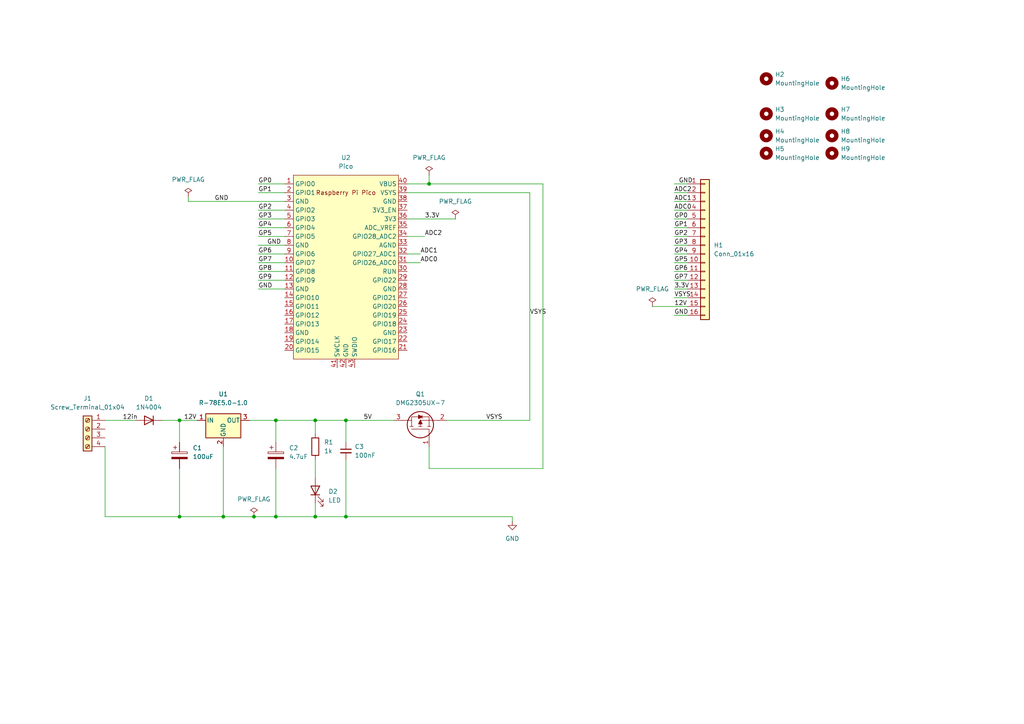
<source format=kicad_sch>
(kicad_sch (version 20211123) (generator eeschema)
  (paper "A4")
  (lib_symbols
    (symbol "Connector:Screw_Terminal_01x04" (pin_names (offset 1.016) hide)
      (property "Reference" "J" (at 0 5.08 0))
      (property "Value" "Screw_Terminal_01x04" (at 0 -7.62 0))
      (symbol "Screw_Terminal_01x04_1_1"
        (rectangle (start -1.27 3.81) (end 1.27 -6.35) (stroke (width 0.254)) (fill (type background)))
        (circle (center 0 -5.08) (radius 0.635) (stroke (width 0.1524)))
        (circle (center 0 -2.54) (radius 0.635) (stroke (width 0.1524)))
        (polyline (pts (xy -0.5334 -4.7498) (xy 0.3302 -5.588)) (stroke (width 0.1524)))
        (polyline (pts (xy -0.5334 -2.2098) (xy 0.3302 -3.048)) (stroke (width 0.1524)))
        (polyline (pts (xy -0.5334 0.3302) (xy 0.3302 -0.508)) (stroke (width 0.1524)))
        (polyline (pts (xy -0.5334 2.8702) (xy 0.3302 2.032)) (stroke (width 0.1524)))
        (polyline (pts (xy -0.3556 -4.572) (xy 0.508 -5.4102)) (stroke (width 0.1524)))
        (polyline (pts (xy -0.3556 -2.032) (xy 0.508 -2.8702)) (stroke (width 0.1524)))
        (polyline (pts (xy -0.3556 0.508) (xy 0.508 -0.3302)) (stroke (width 0.1524)))
        (polyline (pts (xy -0.3556 3.048) (xy 0.508 2.2098)) (stroke (width 0.1524)))
        (circle (center 0 0) (radius 0.635) (stroke (width 0.1524)))
        (circle (center 0 2.54) (radius 0.635) (stroke (width 0.1524)))
        (pin passive line (at -5.08 2.54 0) (length 3.81) (name "Pin_1") (number "1"))
        (pin passive line (at -5.08 0 0) (length 3.81) (name "Pin_2") (number "2"))
        (pin passive line (at -5.08 -2.54 0) (length 3.81) (name "Pin_3") (number "3"))
        (pin passive line (at -5.08 -5.08 0) (length 3.81) (name "Pin_4") (number "4"))
      )
    )
    (symbol "Connector_Generic:Conn_01x16" (pin_names (offset 1.016) hide)
      (property "Reference" "J" (at 0 20.32 0))
      (property "Value" "Conn_01x16" (at 0 -22.86 0))
      (symbol "Conn_01x16_1_1"
        (rectangle (start -1.27 -20.193) (end 0 -20.447) (stroke (width 0.1524)))
        (rectangle (start -1.27 -17.653) (end 0 -17.907) (stroke (width 0.1524)))
        (rectangle (start -1.27 -15.113) (end 0 -15.367) (stroke (width 0.1524)))
        (rectangle (start -1.27 -12.573) (end 0 -12.827) (stroke (width 0.1524)))
        (rectangle (start -1.27 -10.033) (end 0 -10.287) (stroke (width 0.1524)))
        (rectangle (start -1.27 -7.493) (end 0 -7.747) (stroke (width 0.1524)))
        (rectangle (start -1.27 -4.953) (end 0 -5.207) (stroke (width 0.1524)))
        (rectangle (start -1.27 -2.413) (end 0 -2.667) (stroke (width 0.1524)))
        (rectangle (start -1.27 0.127) (end 0 -0.127) (stroke (width 0.1524)))
        (rectangle (start -1.27 2.667) (end 0 2.413) (stroke (width 0.1524)))
        (rectangle (start -1.27 5.207) (end 0 4.953) (stroke (width 0.1524)))
        (rectangle (start -1.27 7.747) (end 0 7.493) (stroke (width 0.1524)))
        (rectangle (start -1.27 10.287) (end 0 10.033) (stroke (width 0.1524)))
        (rectangle (start -1.27 12.827) (end 0 12.573) (stroke (width 0.1524)))
        (rectangle (start -1.27 15.367) (end 0 15.113) (stroke (width 0.1524)))
        (rectangle (start -1.27 17.907) (end 0 17.653) (stroke (width 0.1524)))
        (rectangle (start -1.27 19.05) (end 1.27 -21.59) (stroke (width 0.254)) (fill (type background)))
        (pin passive line (at -5.08 17.78 0) (length 3.81) (name "Pin_1") (number "1"))
        (pin passive line (at -5.08 -5.08 0) (length 3.81) (name "Pin_10") (number "10"))
        (pin passive line (at -5.08 -7.62 0) (length 3.81) (name "Pin_11") (number "11"))
        (pin passive line (at -5.08 -10.16 0) (length 3.81) (name "Pin_12") (number "12"))
        (pin passive line (at -5.08 -12.7 0) (length 3.81) (name "Pin_13") (number "13"))
        (pin passive line (at -5.08 -15.24 0) (length 3.81) (name "Pin_14") (number "14"))
        (pin passive line (at -5.08 -17.78 0) (length 3.81) (name "Pin_15") (number "15"))
        (pin passive line (at -5.08 -20.32 0) (length 3.81) (name "Pin_16") (number "16"))
        (pin passive line (at -5.08 15.24 0) (length 3.81) (name "Pin_2") (number "2"))
        (pin passive line (at -5.08 12.7 0) (length 3.81) (name "Pin_3") (number "3"))
        (pin passive line (at -5.08 10.16 0) (length 3.81) (name "Pin_4") (number "4"))
        (pin passive line (at -5.08 7.62 0) (length 3.81) (name "Pin_5") (number "5"))
        (pin passive line (at -5.08 5.08 0) (length 3.81) (name "Pin_6") (number "6"))
        (pin passive line (at -5.08 2.54 0) (length 3.81) (name "Pin_7") (number "7"))
        (pin passive line (at -5.08 0 0) (length 3.81) (name "Pin_8") (number "8"))
        (pin passive line (at -5.08 -2.54 0) (length 3.81) (name "Pin_9") (number "9"))
      )
    )
    (symbol "DMG2305:DMG2305UX-7" (pin_names (offset 0.762))
      (property "Reference" "Q" (at 11.43 3.81 0))
      (property "Value" "DMG2305UX-7" (at 11.43 1.27 0))
      (symbol "DMG2305UX-7_0_0"
        (pin passive line (at 0 0 0) (length 2.54) (name "~") (number "1"))
        (pin passive line (at 7.62 -5.08 90) (length 2.54) (name "~") (number "2"))
        (pin passive line (at 7.62 10.16 270) (length 2.54) (name "~") (number "3"))
      )
      (symbol "DMG2305UX-7_0_1"
        (polyline (pts (xy 5.842 -0.508) (xy 5.842 0.508)) (stroke (width 0.1524)))
        (polyline (pts (xy 5.842 0) (xy 7.62 0)) (stroke (width 0.1524)))
        (polyline (pts (xy 5.842 2.032) (xy 5.842 3.048)) (stroke (width 0.1524)))
        (polyline (pts (xy 5.842 5.588) (xy 5.842 4.572)) (stroke (width 0.1524)))
        (polyline (pts (xy 7.62 2.54) (xy 5.842 2.54)) (stroke (width 0.1524)))
        (polyline (pts (xy 7.62 2.54) (xy 7.62 -2.54)) (stroke (width 0.1524)))
        (polyline (pts (xy 7.62 5.08) (xy 5.842 5.08)) (stroke (width 0.1524)))
        (polyline (pts (xy 7.62 5.08) (xy 7.62 7.62)) (stroke (width 0.1524)))
        (polyline (pts (xy 8.128 2.032) (xy 9.144 2.032)) (stroke (width 0.1524)))
        (polyline (pts (xy 2.54 0) (xy 5.08 0) (xy 5.08 5.08)) (stroke (width 0.1524)))
        (polyline (pts (xy 8.636 2.032) (xy 8.636 0) (xy 7.62 0)) (stroke (width 0.1524)))
        (polyline (pts (xy 8.636 3.048) (xy 8.636 5.08) (xy 7.62 5.08)) (stroke (width 0.1524)))
        (polyline (pts (xy 7.62 2.54) (xy 6.604 3.048) (xy 6.604 2.032) (xy 7.62 2.54)) (stroke (width 0.254)) (fill (type outline)))
        (polyline (pts (xy 8.636 2.032) (xy 8.128 3.048) (xy 9.144 3.048) (xy 8.636 2.032)) (stroke (width 0.254)) (fill (type outline)))
        (circle (center 6.35 2.54) (radius 3.81) (stroke (width 0.254)))
      )
    )
    (symbol "Device:C_Polarized" (pin_numbers hide) (pin_names (offset 0.254))
      (property "Reference" "C" (at 0.635 2.54 0))
      (property "Value" "C_Polarized" (at 0.635 -2.54 0))
      (symbol "C_Polarized_0_1"
        (rectangle (start -2.286 0.508) (end 2.286 1.016))
        (polyline (pts (xy -1.778 2.286) (xy -0.762 2.286)))
        (polyline (pts (xy -1.27 2.794) (xy -1.27 1.778)))
        (rectangle (start 2.286 -0.508) (end -2.286 -1.016) (fill (type outline)))
      )
      (symbol "C_Polarized_1_1"
        (pin passive line (at 0 3.81 270) (length 2.794) (name "~") (number "1"))
        (pin passive line (at 0 -3.81 90) (length 2.794) (name "~") (number "2"))
      )
    )
    (symbol "Device:C_Small" (pin_numbers hide) (pin_names (offset 0.254) hide)
      (property "Reference" "C" (at 0.254 1.778 0))
      (property "Value" "C_Small" (at 0.254 -2.032 0))
      (symbol "C_Small_0_1"
        (polyline (pts (xy -1.524 -0.508) (xy 1.524 -0.508)) (stroke (width 0.3302)))
        (polyline (pts (xy -1.524 0.508) (xy 1.524 0.508)) (stroke (width 0.3048)))
      )
      (symbol "C_Small_1_1"
        (pin passive line (at 0 2.54 270) (length 2.032) (name "~") (number "1"))
        (pin passive line (at 0 -2.54 90) (length 2.032) (name "~") (number "2"))
      )
    )
    (symbol "Device:LED" (pin_numbers hide) (pin_names (offset 1.016) hide)
      (property "Reference" "D" (at 0 2.54 0))
      (property "Value" "LED" (at 0 -2.54 0))
      (symbol "LED_0_1"
        (polyline (pts (xy -1.27 -1.27) (xy -1.27 1.27)) (stroke (width 0.254)))
        (polyline (pts (xy -1.27 0) (xy 1.27 0)))
        (polyline (pts (xy 1.27 -1.27) (xy 1.27 1.27) (xy -1.27 0) (xy 1.27 -1.27)) (stroke (width 0.254)))
        (polyline (pts (xy -3.048 -0.762) (xy -4.572 -2.286) (xy -3.81 -2.286) (xy -4.572 -2.286) (xy -4.572 -1.524)))
        (polyline (pts (xy -1.778 -0.762) (xy -3.302 -2.286) (xy -2.54 -2.286) (xy -3.302 -2.286) (xy -3.302 -1.524)))
      )
      (symbol "LED_1_1"
        (pin passive line (at -3.81 0 0) (length 2.54) (name "K") (number "1"))
        (pin passive line (at 3.81 0 180) (length 2.54) (name "A") (number "2"))
      )
    )
    (symbol "Device:R" (pin_numbers hide) (pin_names (offset 0))
      (property "Reference" "R" (at 2.032 0 90))
      (property "Value" "R" (at 0 0 90))
      (symbol "R_0_1"
        (rectangle (start -1.016 -2.54) (end 1.016 2.54) (stroke (width 0.254)))
      )
      (symbol "R_1_1"
        (pin passive line (at 0 3.81 270) (length 1.27) (name "~") (number "1"))
        (pin passive line (at 0 -3.81 90) (length 1.27) (name "~") (number "2"))
      )
    )
    (symbol "Diode:1N4004" (pin_numbers hide) (pin_names hide)
      (property "Reference" "D" (at 0 2.54 0))
      (property "Value" "1N4004" (at 0 -2.54 0))
      (symbol "1N4004_0_1"
        (polyline (pts (xy -1.27 1.27) (xy -1.27 -1.27)) (stroke (width 0.254)))
        (polyline (pts (xy 1.27 0) (xy -1.27 0)))
        (polyline (pts (xy 1.27 1.27) (xy 1.27 -1.27) (xy -1.27 0) (xy 1.27 1.27)) (stroke (width 0.254)))
      )
      (symbol "1N4004_1_1"
        (pin passive line (at -3.81 0 0) (length 2.54) (name "K") (number "1"))
        (pin passive line (at 3.81 0 180) (length 2.54) (name "A") (number "2"))
      )
    )
    (symbol "MCU_RaspberryPi_and_Boards:Pico"
      (property "Reference" "U" (at -13.97 27.94 0))
      (property "Value" "Pico" (at 0 19.05 0))
      (symbol "Pico_0_0"
        (text "Raspberry Pi Pico" (at 0 21.59 0) (effects (font (size 1.27 1.27))))
      )
      (symbol "Pico_0_1"
        (rectangle (start -15.24 26.67) (end 15.24 -26.67) (fill (type background)))
      )
      (symbol "Pico_1_1"
        (pin bidirectional line (at -17.78 24.13 0) (length 2.54) (name "GPIO0") (number "1"))
        (pin bidirectional line (at -17.78 1.27 0) (length 2.54) (name "GPIO7") (number "10"))
        (pin bidirectional line (at -17.78 -1.27 0) (length 2.54) (name "GPIO8") (number "11"))
        (pin bidirectional line (at -17.78 -3.81 0) (length 2.54) (name "GPIO9") (number "12"))
        (pin power_in line (at -17.78 -6.35 0) (length 2.54) (name "GND") (number "13"))
        (pin bidirectional line (at -17.78 -8.89 0) (length 2.54) (name "GPIO10") (number "14"))
        (pin bidirectional line (at -17.78 -11.43 0) (length 2.54) (name "GPIO11") (number "15"))
        (pin bidirectional line (at -17.78 -13.97 0) (length 2.54) (name "GPIO12") (number "16"))
        (pin bidirectional line (at -17.78 -16.51 0) (length 2.54) (name "GPIO13") (number "17"))
        (pin power_in line (at -17.78 -19.05 0) (length 2.54) (name "GND") (number "18"))
        (pin bidirectional line (at -17.78 -21.59 0) (length 2.54) (name "GPIO14") (number "19"))
        (pin bidirectional line (at -17.78 21.59 0) (length 2.54) (name "GPIO1") (number "2"))
        (pin bidirectional line (at -17.78 -24.13 0) (length 2.54) (name "GPIO15") (number "20"))
        (pin bidirectional line (at 17.78 -24.13 180) (length 2.54) (name "GPIO16") (number "21"))
        (pin bidirectional line (at 17.78 -21.59 180) (length 2.54) (name "GPIO17") (number "22"))
        (pin power_in line (at 17.78 -19.05 180) (length 2.54) (name "GND") (number "23"))
        (pin bidirectional line (at 17.78 -16.51 180) (length 2.54) (name "GPIO18") (number "24"))
        (pin bidirectional line (at 17.78 -13.97 180) (length 2.54) (name "GPIO19") (number "25"))
        (pin bidirectional line (at 17.78 -11.43 180) (length 2.54) (name "GPIO20") (number "26"))
        (pin bidirectional line (at 17.78 -8.89 180) (length 2.54) (name "GPIO21") (number "27"))
        (pin power_in line (at 17.78 -6.35 180) (length 2.54) (name "GND") (number "28"))
        (pin bidirectional line (at 17.78 -3.81 180) (length 2.54) (name "GPIO22") (number "29"))
        (pin power_in line (at -17.78 19.05 0) (length 2.54) (name "GND") (number "3"))
        (pin input line (at 17.78 -1.27 180) (length 2.54) (name "RUN") (number "30"))
        (pin bidirectional line (at 17.78 1.27 180) (length 2.54) (name "GPIO26_ADC0") (number "31"))
        (pin bidirectional line (at 17.78 3.81 180) (length 2.54) (name "GPIO27_ADC1") (number "32"))
        (pin power_in line (at 17.78 6.35 180) (length 2.54) (name "AGND") (number "33"))
        (pin bidirectional line (at 17.78 8.89 180) (length 2.54) (name "GPIO28_ADC2") (number "34"))
        (pin power_in line (at 17.78 11.43 180) (length 2.54) (name "ADC_VREF") (number "35"))
        (pin power_in line (at 17.78 13.97 180) (length 2.54) (name "3V3") (number "36"))
        (pin input line (at 17.78 16.51 180) (length 2.54) (name "3V3_EN") (number "37"))
        (pin bidirectional line (at 17.78 19.05 180) (length 2.54) (name "GND") (number "38"))
        (pin power_in line (at 17.78 21.59 180) (length 2.54) (name "VSYS") (number "39"))
        (pin bidirectional line (at -17.78 16.51 0) (length 2.54) (name "GPIO2") (number "4"))
        (pin power_in line (at 17.78 24.13 180) (length 2.54) (name "VBUS") (number "40"))
        (pin input line (at -2.54 -29.21 90) (length 2.54) (name "SWCLK") (number "41"))
        (pin power_in line (at 0 -29.21 90) (length 2.54) (name "GND") (number "42"))
        (pin bidirectional line (at 2.54 -29.21 90) (length 2.54) (name "SWDIO") (number "43"))
        (pin bidirectional line (at -17.78 13.97 0) (length 2.54) (name "GPIO3") (number "5"))
        (pin bidirectional line (at -17.78 11.43 0) (length 2.54) (name "GPIO4") (number "6"))
        (pin bidirectional line (at -17.78 8.89 0) (length 2.54) (name "GPIO5") (number "7"))
        (pin power_in line (at -17.78 6.35 0) (length 2.54) (name "GND") (number "8"))
        (pin bidirectional line (at -17.78 3.81 0) (length 2.54) (name "GPIO6") (number "9"))
      )
    )
    (symbol "Mechanical:MountingHole" (pin_names (offset 1.016))
      (property "Reference" "H" (at 0 5.08 0))
      (property "Value" "MountingHole" (at 0 3.175 0))
      (symbol "MountingHole_0_1"
        (circle (center 0 0) (radius 1.27) (stroke (width 1.27)))
      )
    )
    (symbol "Regulator_Switching:R-78E5.0-1.0" (pin_names (offset 0.254))
      (property "Reference" "U" (at -3.81 3.175 0))
      (property "Value" "R-78E5.0-1.0" (at 0 3.175 0))
      (symbol "R-78E5.0-1.0_0_1"
        (rectangle (start -5.08 1.905) (end 5.08 -5.08) (stroke (width 0.254)) (fill (type background)))
      )
      (symbol "R-78E5.0-1.0_1_1"
        (pin power_in line (at -7.62 0 0) (length 2.54) (name "IN") (number "1"))
        (pin power_in line (at 0 -7.62 90) (length 2.54) (name "GND") (number "2"))
        (pin power_out line (at 7.62 0 180) (length 2.54) (name "OUT") (number "3"))
      )
    )
    (symbol "power:GND" (power) (pin_names (offset 0))
      (property "Value" "GND" (at 0 -3.81 0))
      (symbol "GND_0_1"
        (polyline (pts (xy 0 0) (xy 0 -1.27) (xy 1.27 -1.27) (xy 0 -2.54) (xy -1.27 -1.27) (xy 0 -1.27)))
      )
      (symbol "GND_1_1"
        (pin power_in line (at 0 0 270) (length 0) hide (name "GND") (number "1"))
      )
    )
    (symbol "power:PWR_FLAG" (power) (pin_numbers hide) (pin_names (offset 0) hide)
      (property "Value" "PWR_FLAG" (at 0 3.81 0))
      (symbol "PWR_FLAG_0_0"
        (pin power_out line (at 0 0 90) (length 0) (name "pwr") (number "1"))
      )
      (symbol "PWR_FLAG_0_1"
        (polyline (pts (xy 0 0) (xy 0 1.27) (xy -1.016 1.905) (xy 0 2.54) (xy 1.016 1.905) (xy 0 1.27)))
      )
    )
  )
  (junction (at 73.66 149.86))
  (junction (at 124.46 53.34))
  (junction (at 100.33 149.86))
  (junction (at 64.77 149.86))
  (junction (at 100.33 121.92))
  (junction (at 91.44 121.92))
  (junction (at 80.01 121.92))
  (junction (at 91.44 149.86))
  (junction (at 80.01 149.86))
  (junction (at 52.07 121.92))
  (junction (at 52.07 149.86))
  (wire (pts (xy 118.11 63.5) (xy 132.08 63.5)))
  (wire (pts (xy 30.48 129.54) (xy 30.48 149.86)))
  (wire (pts (xy 64.77 129.54) (xy 64.77 149.86)))
  (wire (pts (xy 195.58 73.66) (xy 199.39 73.66)))
  (wire (pts (xy 91.44 121.92) (xy 100.33 121.92)))
  (wire (pts (xy 72.39 121.92) (xy 80.01 121.92)))
  (wire (pts (xy 124.46 50.8) (xy 124.46 53.34)))
  (wire (pts (xy 80.01 149.86) (xy 91.44 149.86)))
  (wire (pts (xy 100.33 149.86) (xy 148.59 149.86)))
  (wire (pts (xy 195.58 63.5) (xy 199.39 63.5)))
  (wire (pts (xy 195.58 58.42) (xy 199.39 58.42)))
  (wire (pts (xy 73.66 149.86) (xy 80.01 149.86)))
  (wire (pts (xy 195.58 55.88) (xy 199.39 55.88)))
  (wire (pts (xy 74.93 60.96) (xy 82.55 60.96)))
  (wire (pts (xy 74.93 63.5) (xy 82.55 63.5)))
  (wire (pts (xy 118.11 68.58) (xy 123.19 68.58)))
  (wire (pts (xy 118.11 76.2) (xy 121.92 76.2)))
  (wire (pts (xy 100.33 133.35) (xy 100.33 149.86)))
  (wire (pts (xy 80.01 121.92) (xy 80.01 128.27)))
  (wire (pts (xy 195.58 53.34) (xy 199.39 53.34)))
  (wire (pts (xy 195.58 60.96) (xy 199.39 60.96)))
  (wire (pts (xy 30.48 149.86) (xy 52.07 149.86)))
  (wire (pts (xy 74.93 78.74) (xy 82.55 78.74)))
  (wire (pts (xy 74.93 73.66) (xy 82.55 73.66)))
  (wire (pts (xy 189.23 88.9) (xy 199.39 88.9)))
  (wire (pts (xy 157.48 135.89) (xy 157.48 53.34)))
  (wire (pts (xy 100.33 121.92) (xy 114.3 121.92)))
  (wire (pts (xy 54.61 58.42) (xy 82.55 58.42)))
  (wire (pts (xy 74.93 71.12) (xy 82.55 71.12)))
  (wire (pts (xy 124.46 129.54) (xy 124.46 135.89)))
  (wire (pts (xy 118.11 73.66) (xy 121.92 73.66)))
  (wire (pts (xy 74.93 81.28) (xy 82.55 81.28)))
  (wire (pts (xy 91.44 149.86) (xy 100.33 149.86)))
  (wire (pts (xy 52.07 149.86) (xy 64.77 149.86)))
  (wire (pts (xy 74.93 66.04) (xy 82.55 66.04)))
  (wire (pts (xy 91.44 146.05) (xy 91.44 149.86)))
  (wire (pts (xy 74.93 83.82) (xy 82.55 83.82)))
  (wire (pts (xy 153.67 55.88) (xy 118.11 55.88)))
  (wire (pts (xy 80.01 135.89) (xy 80.01 149.86)))
  (wire (pts (xy 54.61 57.15) (xy 54.61 58.42)))
  (wire (pts (xy 153.67 121.92) (xy 153.67 55.88)))
  (wire (pts (xy 91.44 121.92) (xy 91.44 125.73)))
  (wire (pts (xy 46.99 121.92) (xy 52.07 121.92)))
  (wire (pts (xy 195.58 86.36) (xy 199.39 86.36)))
  (wire (pts (xy 100.33 121.92) (xy 100.33 128.27)))
  (wire (pts (xy 52.07 121.92) (xy 57.15 121.92)))
  (wire (pts (xy 30.48 121.92) (xy 39.37 121.92)))
  (wire (pts (xy 52.07 135.89) (xy 52.07 149.86)))
  (wire (pts (xy 118.11 53.34) (xy 124.46 53.34)))
  (wire (pts (xy 80.01 121.92) (xy 91.44 121.92)))
  (wire (pts (xy 64.77 149.86) (xy 73.66 149.86)))
  (wire (pts (xy 91.44 133.35) (xy 91.44 138.43)))
  (wire (pts (xy 129.54 121.92) (xy 153.67 121.92)))
  (wire (pts (xy 195.58 91.44) (xy 199.39 91.44)))
  (wire (pts (xy 195.58 71.12) (xy 199.39 71.12)))
  (wire (pts (xy 195.58 81.28) (xy 199.39 81.28)))
  (wire (pts (xy 195.58 66.04) (xy 199.39 66.04)))
  (wire (pts (xy 74.93 68.58) (xy 82.55 68.58)))
  (wire (pts (xy 124.46 53.34) (xy 157.48 53.34)))
  (wire (pts (xy 74.93 55.88) (xy 82.55 55.88)))
  (wire (pts (xy 124.46 135.89) (xy 157.48 135.89)))
  (wire (pts (xy 74.93 53.34) (xy 82.55 53.34)))
  (wire (pts (xy 195.58 76.2) (xy 199.39 76.2)))
  (wire (pts (xy 52.07 121.92) (xy 52.07 128.27)))
  (wire (pts (xy 74.93 76.2) (xy 82.55 76.2)))
  (wire (pts (xy 195.58 78.74) (xy 199.39 78.74)))
  (wire (pts (xy 195.58 83.82) (xy 199.39 83.82)))
  (wire (pts (xy 148.59 149.86) (xy 148.59 151.13)))
  (wire (pts (xy 195.58 68.58) (xy 199.39 68.58)))
  (label "VSYS" (at 195.58 86.36 0))
  (label "12V" (at 53.34 121.92 0))
  (label "ADC1" (at 195.58 58.42 0))
  (label "GND" (at 196.85 53.34 0))
  (label "12in" (at 35.56 121.92 0))
  (label "GND" (at 74.93 83.82 0))
  (label "3.3V" (at 195.58 83.82 0))
  (label "GP8" (at 74.93 78.74 0))
  (label "GP3" (at 195.58 71.12 0))
  (label "GP5" (at 195.58 76.2 0))
  (label "GP1" (at 74.93 55.88 0))
  (label "ADC0" (at 195.58 60.96 0))
  (label "GND" (at 62.23 58.42 0))
  (label "ADC2" (at 123.19 68.58 0))
  (label "GP6" (at 74.93 73.66 0))
  (label "GP7" (at 195.58 81.28 0))
  (label "GP7" (at 74.93 76.2 0))
  (label "VSYS" (at 140.97 121.92 0))
  (label "GP6" (at 195.58 78.74 0))
  (label "VSYS" (at 153.67 91.44 0))
  (label "GND" (at 77.47 71.12 0))
  (label "12V" (at 195.58 88.9 0))
  (label "GP9" (at 74.93 81.28 0))
  (label "GP0" (at 195.58 63.5 0))
  (label "GND" (at 195.58 91.44 0))
  (label "GP4" (at 74.93 66.04 0))
  (label "GP2" (at 195.58 68.58 0))
  (label "GP0" (at 74.93 53.34 0))
  (label "GP1" (at 195.58 66.04 0))
  (label "GP5" (at 74.93 68.58 0))
  (label "3.3V" (at 123.19 63.5 0))
  (label "ADC1" (at 121.92 73.66 0))
  (label "5V" (at 105.41 121.92 0))
  (label "GP3" (at 74.93 63.5 0))
  (label "GP2" (at 74.93 60.96 0))
  (label "ADC0" (at 121.92 76.2 0))
  (label "ADC2" (at 195.58 55.88 0))
  (label "GP4" (at 195.58 73.66 0))
  (symbol (lib_id "Connector_Generic:Conn_01x16") (at 204.47 71.12 0) (unit 1)
    (property "Reference" "H1" (at 207.01 71.1199 0) (effects (justify left)))
    (property "Value" "Conn_01x16" (at 207.01 73.6599 0) (effects (justify left)))
    (property "Footprint" "Connector_PinHeader_2.54mm:PinHeader_1x16_P2.54mm_Vertical" (effects hide))
  )
  (symbol (lib_id "Device:R") (at 91.44 129.54 0) (unit 1)
    (property "Reference" "R1" (at 93.98 128.2699 0) (effects (justify left)))
    (property "Value" "1k" (at 93.98 130.8099 0) (effects (justify left)))
    (property "Footprint" "Resistor_THT:R_Axial_DIN0207_L6.3mm_D2.5mm_P7.62mm_Horizontal" (effects hide))
  )
  (symbol (lib_id "DMG2305:DMG2305UX-7") (at 124.46 129.54 90) (unit 1)
    (property "Reference" "Q1" (at 121.92 114.3 90))
    (property "Value" "DMG2305UX-7" (at 121.92 116.84 90))
    (property "Footprint" "Package_TO_SOT_SMD:SOT-23" (effects hide))
    (property "Datasheet" "https://www.diodes.com/assets/Datasheets/DMG2305UX.pdf" (effects hide))
    (property "Description" "MOSFET P-Ch 20V 5A Enhancement SOT23 Diodes Inc DMG2305UX-7 P-channel MOSFET Transistor, -3.3 A, -20 V, 3-Pin SOT-23" (effects hide))
    (property "Height" "1.1" (effects hide))
    (property "Mouser Part Number" "621-DMG2305UX-7" (effects hide))
    (property "Mouser Price/Stock" "https://www.mouser.co.uk/ProductDetail/Diodes-Incorporated/DMG2305UX-7?qs=L1DZKBg7t5F%2FNBHrjfxC%252Bg%3D%3D" (effects hide))
    (property "Manufacturer_Name" "Diodes Inc." (effects hide))
    (property "Manufacturer_Part_Number" "DMG2305UX-7" (effects hide))
  )
  (symbol (lib_id "power:GND") (at 148.59 151.13 0) (unit 1)
    (property "Reference" "#PWR01" (effects hide))
    (property "Value" "GND" (at 148.59 156.21 0))
  )
  (symbol (lib_id "power:PWR_FLAG") (at 124.46 50.8 0) (unit 1)
    (property "Reference" "#FLG05" (effects hide))
    (property "Value" "PWR_FLAG" (at 124.46 45.72 0))
  )
  (symbol (lib_id "Mechanical:MountingHole") (at 222.25 22.86 0) (unit 1)
    (property "Reference" "H2" (at 224.79 21.5899 0) (effects (justify left)))
    (property "Value" "MountingHole" (at 224.79 24.1299 0) (effects (justify left)))
    (property "Footprint" "MountingHole:MountingHole_3.2mm_M3" (effects hide))
  )
  (symbol (lib_id "Device:C_Polarized") (at 52.07 132.08 0) (unit 1)
    (property "Reference" "C1" (at 55.88 129.9209 0) (effects (justify left)))
    (property "Value" "100uF" (at 55.88 132.4609 0) (effects (justify left)))
    (property "Footprint" "Capacitor_THT:CP_Radial_D6.3mm_P2.50mm" (effects hide))
  )
  (symbol (lib_id "power:PWR_FLAG") (at 189.23 88.9 0) (unit 1)
    (property "Reference" "#FLG07" (effects hide))
    (property "Value" "PWR_FLAG" (at 189.23 83.82 0))
  )
  (symbol (lib_id "power:PWR_FLAG") (at 132.08 63.5 0) (unit 1)
    (property "Reference" "#FLG06" (effects hide))
    (property "Value" "PWR_FLAG" (at 132.08 58.42 0))
  )
  (symbol (lib_id "Mechanical:MountingHole") (at 222.25 33.02 0) (unit 1)
    (property "Reference" "H3" (at 224.79 31.7499 0) (effects (justify left)))
    (property "Value" "MountingHole" (at 224.79 34.2899 0) (effects (justify left)))
    (property "Footprint" "MountingHole:MountingHole_3.2mm_M3" (effects hide))
  )
  (symbol (lib_id "MCU_RaspberryPi_and_Boards:Pico") (at 100.33 77.47 0) (unit 1)
    (property "Reference" "U2" (at 100.33 45.72 0))
    (property "Value" "Pico" (at 100.33 48.26 0))
    (property "Footprint" "MCU_RaspberryPi_and_Boards:RPi_Pico_SMD_TH" (effects hide))
  )
  (symbol (lib_id "Mechanical:MountingHole") (at 222.25 44.45 0) (unit 1)
    (property "Reference" "H5" (at 224.79 43.1799 0) (effects (justify left)))
    (property "Value" "MountingHole" (at 224.79 45.7199 0) (effects (justify left)))
    (property "Footprint" "MountingHole:MountingHole_3.2mm_M3" (effects hide))
  )
  (symbol (lib_id "Mechanical:MountingHole") (at 241.3 33.02 0) (unit 1)
    (property "Reference" "H7" (at 243.84 31.7499 0) (effects (justify left)))
    (property "Value" "MountingHole" (at 243.84 34.2899 0) (effects (justify left)))
    (property "Footprint" "MountingHole:MountingHole_3.2mm_M3" (effects hide))
  )
  (symbol (lib_id "Mechanical:MountingHole") (at 241.3 44.45 0) (unit 1)
    (property "Reference" "H9" (at 243.84 43.1799 0) (effects (justify left)))
    (property "Value" "MountingHole" (at 243.84 45.7199 0) (effects (justify left)))
    (property "Footprint" "MountingHole:MountingHole_3.2mm_M3" (effects hide))
  )
  (symbol (lib_id "power:PWR_FLAG") (at 73.66 149.86 0) (unit 1)
    (property "Reference" "#FLG03" (effects hide))
    (property "Value" "PWR_FLAG" (at 73.66 144.78 0))
  )
  (symbol (lib_id "Mechanical:MountingHole") (at 241.3 24.13 0) (unit 1)
    (property "Reference" "H6" (at 243.84 22.8599 0) (effects (justify left)))
    (property "Value" "MountingHole" (at 243.84 25.3999 0) (effects (justify left)))
    (property "Footprint" "MountingHole:MountingHole_3.2mm_M3" (effects hide))
  )
  (symbol (lib_id "Mechanical:MountingHole") (at 222.25 39.37 0) (unit 1)
    (property "Reference" "H4" (at 224.79 38.0999 0) (effects (justify left)))
    (property "Value" "MountingHole" (at 224.79 40.6399 0) (effects (justify left)))
    (property "Footprint" "MountingHole:MountingHole_3.2mm_M3" (effects hide))
  )
  (symbol (lib_id "Mechanical:MountingHole") (at 241.3 39.37 0) (unit 1)
    (property "Reference" "H8" (at 243.84 38.0999 0) (effects (justify left)))
    (property "Value" "MountingHole" (at 243.84 40.6399 0) (effects (justify left)))
    (property "Footprint" "MountingHole:MountingHole_3.2mm_M3" (effects hide))
  )
  (symbol (lib_id "power:PWR_FLAG") (at 54.61 57.15 0) (unit 1)
    (property "Reference" "#FLG02" (effects hide))
    (property "Value" "PWR_FLAG" (at 54.61 52.07 0))
  )
  (symbol (lib_id "Device:C_Polarized") (at 80.01 132.08 0) (unit 1)
    (property "Reference" "C2" (at 83.82 129.9209 0) (effects (justify left)))
    (property "Value" "4.7uF" (at 83.82 132.4609 0) (effects (justify left)))
    (property "Footprint" "Capacitor_THT:CP_Radial_D4.0mm_P1.50mm" (effects hide))
  )
  (symbol (lib_id "Regulator_Switching:R-78E5.0-1.0") (at 64.77 121.92 0) (unit 1)
    (property "Reference" "U1" (at 64.77 114.3 0))
    (property "Value" "R-78E5.0-1.0" (at 64.77 116.84 0))
    (property "Footprint" "Converter_DCDC:Converter_DCDC_RECOM_R-78E-0.5_THT" (effects hide))
    (property "Datasheet" "https://www.recom-power.com/pdf/Innoline/R-78Exx-1.0.pdf" (effects hide))
  )
  (symbol (lib_id "Device:LED") (at 91.44 142.24 90) (unit 1)
    (property "Reference" "D2" (at 95.25 142.5574 90) (effects (justify right)))
    (property "Value" "LED" (at 95.25 145.0974 90) (effects (justify right)))
    (property "Footprint" "LED_THT:LED_D3.0mm" (effects hide))
  )
  (symbol (lib_id "Diode:1N4004") (at 43.18 121.92 180) (unit 1)
    (property "Reference" "D1" (at 43.18 115.57 0))
    (property "Value" "1N4004" (at 43.18 118.11 0))
    (property "Footprint" "Diode_THT:D_DO-41_SOD81_P10.16mm_Horizontal" (effects hide))
    (property "Datasheet" "http://www.vishay.com/docs/88503/1n4001.pdf" (effects hide))
  )
  (symbol (lib_id "Device:C_Small") (at 100.33 130.81 0) (unit 1)
    (property "Reference" "C3" (at 102.87 129.5462 0) (effects (justify left)))
    (property "Value" "100nF" (at 102.87 132.0862 0) (effects (justify left)))
    (property "Footprint" "Capacitor_THT:C_Disc_D5.0mm_W2.5mm_P2.50mm" (effects hide))
  )
  (symbol (lib_id "Connector:Screw_Terminal_01x04") (at 25.4 124.46 0) (mirror y) (unit 1)
    (property "Reference" "J1" (at 25.4 115.57 0))
    (property "Value" "Screw_Terminal_01x04" (at 25.4 118.11 0))
    (property "Footprint" "TerminalBlock_MetzConnect:TerminalBlock_MetzConnect_Type059_RT06304HBWC_1x04_P3.50mm_Horizontal" (effects hide))
  )
)
</source>
